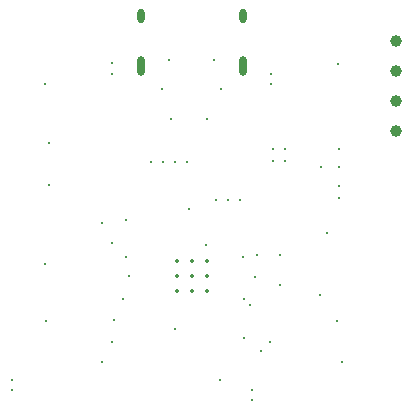
<source format=gbr>
%TF.GenerationSoftware,KiCad,Pcbnew,7.0.1*%
%TF.CreationDate,2023-05-11T20:00:59+01:00*%
%TF.ProjectId,MoonPad,4d6f6f6e-5061-4642-9e6b-696361645f70,rev?*%
%TF.SameCoordinates,Original*%
%TF.FileFunction,Plated,1,4,PTH,Mixed*%
%TF.FilePolarity,Positive*%
%FSLAX46Y46*%
G04 Gerber Fmt 4.6, Leading zero omitted, Abs format (unit mm)*
G04 Created by KiCad (PCBNEW 7.0.1) date 2023-05-11 20:00:59*
%MOMM*%
%LPD*%
G01*
G04 APERTURE LIST*
%TA.AperFunction,ViaDrill*%
%ADD10C,0.300000*%
%TD*%
%TA.AperFunction,ComponentDrill*%
%ADD11C,0.350000*%
%TD*%
G04 aperture for slot hole*
%TA.AperFunction,ComponentDrill*%
%ADD12O,0.600000X1.200000*%
%TD*%
G04 aperture for slot hole*
%TA.AperFunction,ComponentDrill*%
%ADD13O,0.600000X1.700000*%
%TD*%
%TA.AperFunction,ComponentDrill*%
%ADD14C,1.000000*%
%TD*%
G04 APERTURE END LIST*
D10*
X162560000Y-110363000D03*
X162560000Y-111252000D03*
X165368000Y-85330000D03*
X165368000Y-100570000D03*
X165481000Y-105410000D03*
X165771102Y-90272001D03*
X165771102Y-93827998D03*
X170213100Y-97075125D03*
X170240000Y-108894135D03*
X171069000Y-83566000D03*
X171069000Y-84455000D03*
X171069000Y-98806000D03*
X171069000Y-107188000D03*
X171196000Y-105283000D03*
X171958000Y-103505000D03*
X172212000Y-96870700D03*
X172240000Y-99921000D03*
X172466000Y-101600000D03*
X174371000Y-91948000D03*
X175310800Y-85775800D03*
X175387000Y-91948000D03*
X175895000Y-83312000D03*
X176022000Y-88315000D03*
X176403000Y-91948000D03*
X176437289Y-106070887D03*
X177419000Y-91948000D03*
X177600000Y-95885000D03*
X179003371Y-98977451D03*
X179070000Y-88315000D03*
X179705000Y-83312000D03*
X179832000Y-95123000D03*
X180213000Y-110363000D03*
X180263800Y-85775800D03*
X180848000Y-95123000D03*
X181864000Y-95123000D03*
X182176900Y-99998100D03*
X182245000Y-103505000D03*
X182245000Y-106807000D03*
X182753000Y-104002018D03*
X182880000Y-111252000D03*
X182880000Y-112103903D03*
X183134000Y-101628000D03*
X183360000Y-99794000D03*
X183642000Y-107950000D03*
X184404000Y-107188000D03*
X184531000Y-84455000D03*
X184531000Y-85344000D03*
X184657999Y-90804999D03*
X184658001Y-91820999D03*
X185293001Y-99822001D03*
X185293002Y-102362000D03*
X185673999Y-91820999D03*
X185674001Y-90804999D03*
X188671200Y-103174800D03*
X188722000Y-92329000D03*
X189260000Y-97947000D03*
X190119000Y-105410000D03*
X190232000Y-83580000D03*
X190246000Y-92328997D03*
X190246000Y-94995996D03*
X190246001Y-90804999D03*
X190246002Y-93979996D03*
X190560000Y-108894135D03*
D11*
%TO.C,U3*%
X176525000Y-100325000D03*
X176525000Y-101600000D03*
X176525000Y-102875000D03*
X177800000Y-100325000D03*
X177800000Y-101600000D03*
X177800000Y-102875000D03*
X179075000Y-100325000D03*
X179075000Y-101600000D03*
X179075000Y-102875000D03*
D12*
%TO.C,J3*%
X173480000Y-79595000D03*
D13*
X173480000Y-83775000D03*
D12*
X182120000Y-79595000D03*
D13*
X182120000Y-83775000D03*
D14*
%TO.C,J1*%
X195072000Y-81651000D03*
X195072000Y-84191000D03*
X195072000Y-86731000D03*
X195072000Y-89271000D03*
M02*

</source>
